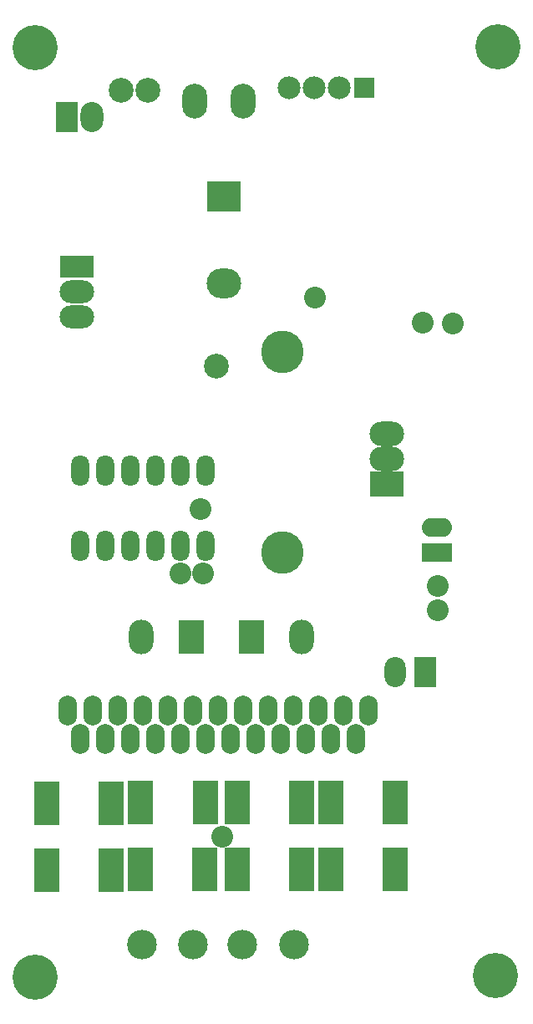
<source format=gts>
G04 (created by PCBNEW-RS274X (2011-07-08 BZR 3044)-stable) date 2012-04-12 22:18:47*
G01*
G70*
G90*
%MOIN*%
G04 Gerber Fmt 3.4, Leading zero omitted, Abs format*
%FSLAX34Y34*%
G04 APERTURE LIST*
%ADD10C,0.006000*%
%ADD11R,0.138100X0.120000*%
%ADD12O,0.138100X0.120000*%
%ADD13C,0.170000*%
%ADD14O,0.118400X0.118400*%
%ADD15O,0.138100X0.098700*%
%ADD16R,0.138100X0.098700*%
%ADD17O,0.138100X0.090900*%
%ADD18R,0.138100X0.090900*%
%ADD19O,0.098700X0.138700*%
%ADD20R,0.098700X0.177500*%
%ADD21R,0.085000X0.120000*%
%ADD22O,0.085000X0.120000*%
%ADD23R,0.120000X0.075000*%
%ADD24O,0.120000X0.075000*%
%ADD25R,0.090900X0.120000*%
%ADD26O,0.090900X0.120000*%
%ADD27C,0.086900*%
%ADD28C,0.098700*%
%ADD29C,0.180000*%
%ADD30O,0.075100X0.118400*%
%ADD31R,0.098700X0.138100*%
%ADD32O,0.098700X0.138100*%
%ADD33O,0.072000X0.124000*%
%ADD34R,0.080000X0.080000*%
%ADD35C,0.090900*%
G04 APERTURE END LIST*
G54D10*
G54D11*
X18230Y-17084D03*
G54D12*
X18230Y-20534D03*
G54D13*
X20578Y-23280D03*
X20578Y-31280D03*
G54D14*
X21033Y-46890D03*
X18983Y-46890D03*
X17008Y-46890D03*
X14958Y-46890D03*
G54D15*
X24734Y-26546D03*
X24734Y-27546D03*
G54D16*
X24734Y-28546D03*
G54D17*
X12380Y-21880D03*
X12380Y-20880D03*
G54D18*
X12380Y-19880D03*
G54D19*
X17072Y-13276D03*
X18997Y-13276D03*
G54D20*
X22502Y-41250D03*
X25072Y-41250D03*
X18752Y-41220D03*
X21322Y-41220D03*
X22502Y-43906D03*
X25072Y-43906D03*
X18752Y-43890D03*
X21322Y-43890D03*
X13724Y-43920D03*
X11154Y-43920D03*
X17458Y-43906D03*
X14888Y-43906D03*
X13724Y-41266D03*
X11154Y-41266D03*
X17488Y-41250D03*
X14918Y-41250D03*
G54D21*
X26266Y-36038D03*
G54D22*
X25066Y-36038D03*
G54D23*
X26738Y-31280D03*
G54D24*
X26738Y-30280D03*
G54D25*
X11970Y-13910D03*
G54D26*
X12970Y-13910D03*
G54D27*
X26768Y-32612D03*
G54D28*
X15188Y-12840D03*
X14122Y-12826D03*
G54D27*
X26768Y-33556D03*
G54D29*
X10708Y-11146D03*
X29152Y-11100D03*
X29078Y-48150D03*
X10718Y-48196D03*
G54D30*
X12000Y-37573D03*
X12500Y-38687D03*
X13000Y-37573D03*
X13500Y-38687D03*
X14000Y-37573D03*
X14500Y-38687D03*
X15000Y-37573D03*
X15500Y-38687D03*
X16000Y-37573D03*
X16500Y-38687D03*
X17000Y-37573D03*
X17500Y-38687D03*
X18000Y-37573D03*
X18500Y-38687D03*
X19000Y-37573D03*
X19500Y-38687D03*
X20000Y-37573D03*
X20500Y-38687D03*
X21000Y-37573D03*
X21500Y-38687D03*
X22000Y-37573D03*
X22500Y-38687D03*
X23000Y-37573D03*
X23500Y-38687D03*
X24000Y-37573D03*
G54D31*
X16942Y-34636D03*
G54D32*
X14942Y-34636D03*
G54D31*
X19342Y-34636D03*
G54D32*
X21342Y-34636D03*
G54D33*
X12510Y-30990D03*
X13510Y-30990D03*
X14510Y-30990D03*
X15510Y-30990D03*
X16510Y-30990D03*
X17510Y-30990D03*
X17510Y-27990D03*
X16510Y-27990D03*
X15510Y-27990D03*
X14510Y-27990D03*
X13510Y-27990D03*
X12510Y-27990D03*
G54D28*
X17922Y-23828D03*
G54D34*
X23844Y-12740D03*
G54D35*
X22844Y-12740D03*
X21844Y-12740D03*
X20844Y-12740D03*
G54D27*
X26168Y-22110D03*
X21860Y-21100D03*
X19342Y-34636D03*
X18158Y-42600D03*
X16492Y-32116D03*
X27382Y-22134D03*
X17408Y-32100D03*
X17288Y-29528D03*
M02*

</source>
